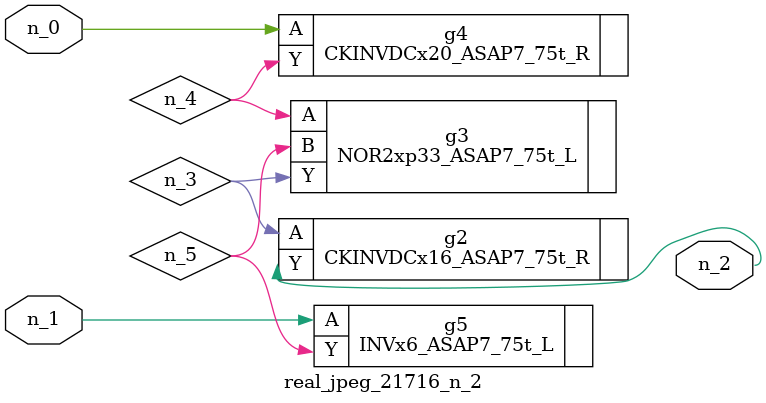
<source format=v>
module real_jpeg_21716_n_2 (n_1, n_0, n_2);

input n_1;
input n_0;

output n_2;

wire n_5;
wire n_4;
wire n_3;

CKINVDCx20_ASAP7_75t_R g4 ( 
.A(n_0),
.Y(n_4)
);

INVx6_ASAP7_75t_L g5 ( 
.A(n_1),
.Y(n_5)
);

CKINVDCx16_ASAP7_75t_R g2 ( 
.A(n_3),
.Y(n_2)
);

NOR2xp33_ASAP7_75t_L g3 ( 
.A(n_4),
.B(n_5),
.Y(n_3)
);


endmodule
</source>
